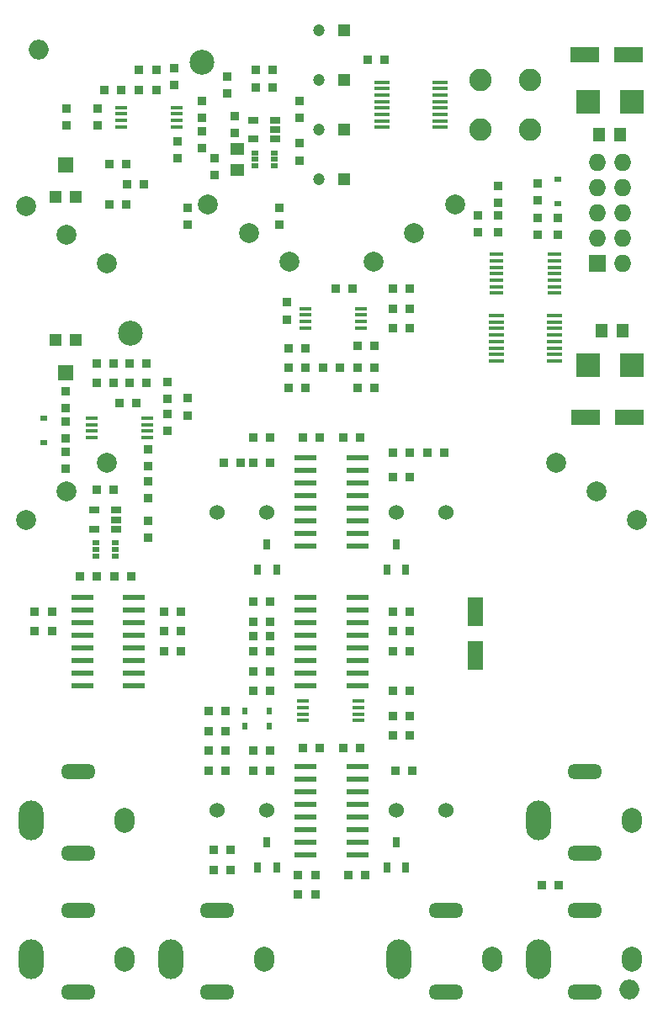
<source format=gbs>
G04 #@! TF.FileFunction,Soldermask,Bot*
%FSLAX46Y46*%
G04 Gerber Fmt 4.6, Leading zero omitted, Abs format (unit mm)*
G04 Created by KiCad (PCBNEW 4.0.2-stable) date 2017-01-05 9:44:59 AM*
%MOMM*%
G01*
G04 APERTURE LIST*
%ADD10C,0.100000*%
%ADD11R,0.812800X0.812800*%
%ADD12R,0.800000X0.500000*%
%ADD13C,1.998980*%
%ADD14C,2.250000*%
%ADD15C,2.500000*%
%ADD16R,1.500000X0.450000*%
%ADD17R,1.450000X0.450000*%
%ADD18R,2.199640X0.599440*%
%ADD19R,1.397000X1.143000*%
%ADD20R,1.143000X1.397000*%
%ADD21R,2.397760X2.397760*%
%ADD22R,1.200000X1.200000*%
%ADD23C,1.200000*%
%ADD24R,1.600200X2.999740*%
%ADD25R,2.999740X1.600200*%
%ADD26R,1.300480X0.400000*%
%ADD27R,1.060000X0.650000*%
%ADD28R,1.600000X1.500000*%
%ADD29O,2.500000X4.000000*%
%ADD30O,2.000000X2.500000*%
%ADD31O,3.500000X1.500000*%
%ADD32R,1.727200X1.727200*%
%ADD33O,1.727200X1.727200*%
%ADD34C,1.524000*%
%ADD35R,0.701040X1.000760*%
%ADD36R,0.762000X0.609600*%
%ADD37R,0.609600X0.762000*%
%ADD38O,2.000000X2.000000*%
G04 APERTURE END LIST*
D10*
D11*
X17800000Y-20899100D03*
X17800000Y-22600900D03*
D12*
X38750000Y-25350000D03*
X36750000Y-26000000D03*
X38750000Y-26650000D03*
X38750000Y-26000000D03*
X36750000Y-26650000D03*
X36750000Y-25350000D03*
X22750000Y-64600000D03*
X20750000Y-65250000D03*
X22750000Y-65900000D03*
X22750000Y-65250000D03*
X20750000Y-65900000D03*
X20750000Y-64600000D03*
D13*
X17822777Y-33606433D03*
X21918537Y-36474315D03*
X13727017Y-30738551D03*
D14*
X59500000Y-18000000D03*
X64500000Y-18000000D03*
X64500000Y-23000000D03*
X59500000Y-23000000D03*
D15*
X24250000Y-43500000D03*
X31500000Y-16250000D03*
D16*
X49550000Y-22775000D03*
X49550000Y-22125000D03*
X49550000Y-21475000D03*
X49550000Y-20825000D03*
X49550000Y-20175000D03*
X49550000Y-19525000D03*
X49550000Y-18875000D03*
X49550000Y-18225000D03*
X55450000Y-18225000D03*
X55450000Y-18875000D03*
X55450000Y-19525000D03*
X55450000Y-20175000D03*
X55450000Y-20825000D03*
X55450000Y-21475000D03*
X55450000Y-22125000D03*
X55450000Y-22775000D03*
X66950000Y-41725000D03*
X66950000Y-42375000D03*
X66950000Y-43025000D03*
X66950000Y-43675000D03*
X66950000Y-44325000D03*
X66950000Y-44975000D03*
X66950000Y-45625000D03*
X66950000Y-46275000D03*
X61050000Y-46275000D03*
X61050000Y-45625000D03*
X61050000Y-44975000D03*
X61050000Y-44325000D03*
X61050000Y-43675000D03*
X61050000Y-43025000D03*
X61050000Y-42375000D03*
X61050000Y-41725000D03*
D17*
X66950000Y-35550000D03*
X66950000Y-36200000D03*
X66950000Y-36850000D03*
X66950000Y-37500000D03*
X66950000Y-38150000D03*
X66950000Y-38800000D03*
X66950000Y-39450000D03*
X61050000Y-39450000D03*
X61050000Y-38800000D03*
X61050000Y-38150000D03*
X61050000Y-37500000D03*
X61050000Y-36850000D03*
X61050000Y-36200000D03*
X61050000Y-35550000D03*
D18*
X47098420Y-56055000D03*
X47098420Y-57325000D03*
X47098420Y-58595000D03*
X47098420Y-59865000D03*
X47098420Y-61135000D03*
X47098420Y-62405000D03*
X47098420Y-63675000D03*
X47098420Y-64945000D03*
X41901580Y-64945000D03*
X41901580Y-63675000D03*
X41901580Y-62405000D03*
X41901580Y-61135000D03*
X41901580Y-59865000D03*
X41901580Y-58595000D03*
X41901580Y-57325000D03*
X41901580Y-56055000D03*
X24598420Y-70055000D03*
X24598420Y-71325000D03*
X24598420Y-72595000D03*
X24598420Y-73865000D03*
X24598420Y-75135000D03*
X24598420Y-76405000D03*
X24598420Y-77675000D03*
X24598420Y-78945000D03*
X19401580Y-78945000D03*
X19401580Y-77675000D03*
X19401580Y-76405000D03*
X19401580Y-75135000D03*
X19401580Y-73865000D03*
X19401580Y-72595000D03*
X19401580Y-71325000D03*
X19401580Y-70055000D03*
X47098420Y-87055000D03*
X47098420Y-88325000D03*
X47098420Y-89595000D03*
X47098420Y-90865000D03*
X47098420Y-92135000D03*
X47098420Y-93405000D03*
X47098420Y-94675000D03*
X47098420Y-95945000D03*
X41901580Y-95945000D03*
X41901580Y-94675000D03*
X41901580Y-93405000D03*
X41901580Y-92135000D03*
X41901580Y-90865000D03*
X41901580Y-89595000D03*
X41901580Y-88325000D03*
X41901580Y-87055000D03*
X41901580Y-78945000D03*
X41901580Y-77675000D03*
X41901580Y-76405000D03*
X41901580Y-75135000D03*
X41901580Y-73865000D03*
X41901580Y-72595000D03*
X41901580Y-71325000D03*
X41901580Y-70055000D03*
X47098420Y-70055000D03*
X47098420Y-71325000D03*
X47098420Y-72595000D03*
X47098420Y-73865000D03*
X47098420Y-75135000D03*
X47098420Y-76405000D03*
X47098420Y-77675000D03*
X47098420Y-78945000D03*
D19*
X35000000Y-24920500D03*
X35000000Y-27079500D03*
D20*
X71670500Y-43250000D03*
X73829500Y-43250000D03*
X71420500Y-23500000D03*
X73579500Y-23500000D03*
D21*
X74699640Y-20250000D03*
X70300360Y-20250000D03*
X70300360Y-46750000D03*
X74699640Y-46750000D03*
D22*
X45770000Y-28000000D03*
D23*
X43230000Y-28000000D03*
D22*
X45770000Y-23000000D03*
D23*
X43230000Y-23000000D03*
D22*
X45770000Y-18000000D03*
D23*
X43230000Y-18000000D03*
D22*
X45770000Y-13000000D03*
D23*
X43230000Y-13000000D03*
D24*
X59000000Y-75949640D03*
X59000000Y-71550360D03*
D25*
X70000360Y-15500000D03*
X74399640Y-15500000D03*
X74449640Y-52000000D03*
X70050360Y-52000000D03*
D26*
X28944000Y-20794600D03*
X28944000Y-21429600D03*
X28944000Y-22090000D03*
X28944000Y-22725000D03*
X23356000Y-22725000D03*
X23356000Y-22077300D03*
X23356000Y-21429600D03*
X23356000Y-20781900D03*
X25944000Y-52044600D03*
X25944000Y-52679600D03*
X25944000Y-53340000D03*
X25944000Y-53975000D03*
X20356000Y-53975000D03*
X20356000Y-53327300D03*
X20356000Y-52679600D03*
X20356000Y-52031900D03*
X41906000Y-42955400D03*
X41906000Y-42320400D03*
X41906000Y-41660000D03*
X41906000Y-41025000D03*
X47494000Y-41025000D03*
X47494000Y-41672700D03*
X47494000Y-42320400D03*
X47494000Y-42968100D03*
X41606000Y-82455400D03*
X41606000Y-81820400D03*
X41606000Y-81160000D03*
X41606000Y-80525000D03*
X47194000Y-80525000D03*
X47194000Y-81172700D03*
X47194000Y-81820400D03*
X47194000Y-82468100D03*
D27*
X22850000Y-61300000D03*
X22850000Y-62250000D03*
X22850000Y-63200000D03*
X20650000Y-63200000D03*
X20650000Y-61300000D03*
X38850000Y-22050000D03*
X38850000Y-23000000D03*
X38850000Y-23950000D03*
X36650000Y-23950000D03*
X36650000Y-22050000D03*
D28*
X17750000Y-26550000D03*
D22*
X18750000Y-29800000D03*
X16750000Y-29800000D03*
D28*
X17750000Y-47450000D03*
D22*
X16750000Y-44200000D03*
X18750000Y-44200000D03*
D13*
X36177223Y-33393567D03*
X32081463Y-30525685D03*
X40272983Y-36261449D03*
X17822777Y-59393567D03*
X13727017Y-62261449D03*
X21918537Y-56525685D03*
X71177223Y-59393567D03*
X67081463Y-56525685D03*
X75272983Y-62261449D03*
X52822777Y-33393567D03*
X48727017Y-36261449D03*
X56918537Y-30525685D03*
D29*
X14300000Y-106500000D03*
D30*
X23700000Y-106500000D03*
D31*
X19000000Y-101600000D03*
X19000000Y-109800000D03*
D29*
X14300000Y-92500000D03*
D30*
X23700000Y-92500000D03*
D31*
X19000000Y-87600000D03*
X19000000Y-95800000D03*
D29*
X65300000Y-92500000D03*
D30*
X74700000Y-92500000D03*
D31*
X70000000Y-87600000D03*
X70000000Y-95800000D03*
D29*
X51300000Y-106500000D03*
D30*
X60700000Y-106500000D03*
D31*
X56000000Y-101600000D03*
X56000000Y-109800000D03*
D29*
X28300000Y-106500000D03*
D30*
X37700000Y-106500000D03*
D31*
X33000000Y-101600000D03*
X33000000Y-109800000D03*
D29*
X65300000Y-106500000D03*
D30*
X74700000Y-106500000D03*
D31*
X70000000Y-101600000D03*
X70000000Y-109800000D03*
D11*
X30000000Y-30899100D03*
X30000000Y-32600900D03*
X28000000Y-50100900D03*
X28000000Y-48399100D03*
X23899100Y-28500000D03*
X25600900Y-28500000D03*
X17750000Y-55399100D03*
X17750000Y-57100900D03*
X23850900Y-30500000D03*
X22149100Y-30500000D03*
X23850900Y-26500000D03*
X22149100Y-26500000D03*
X40000000Y-42100900D03*
X40000000Y-40399100D03*
X40149100Y-49000000D03*
X41850900Y-49000000D03*
X24149100Y-48500000D03*
X25850900Y-48500000D03*
X26850900Y-17000000D03*
X25149100Y-17000000D03*
X22600900Y-48500000D03*
X20899100Y-48500000D03*
X24149100Y-46500000D03*
X25850900Y-46500000D03*
X31500000Y-20149100D03*
X31500000Y-21850900D03*
X41850900Y-45000000D03*
X40149100Y-45000000D03*
X22600900Y-46500000D03*
X20899100Y-46500000D03*
X31500000Y-24850900D03*
X31500000Y-23149100D03*
X32750000Y-27600900D03*
X32750000Y-25899100D03*
X45350900Y-47000000D03*
X43649100Y-47000000D03*
X26000000Y-64100900D03*
X26000000Y-62399100D03*
X22600900Y-59250000D03*
X20899100Y-59250000D03*
X48850900Y-49000000D03*
X47149100Y-49000000D03*
X34750000Y-23350900D03*
X34750000Y-21649100D03*
X50649100Y-39000000D03*
X52350900Y-39000000D03*
X34000000Y-17649100D03*
X34000000Y-19350900D03*
X52350900Y-43000000D03*
X50649100Y-43000000D03*
X41250000Y-26100900D03*
X41250000Y-24399100D03*
X38600900Y-18750000D03*
X36899100Y-18750000D03*
X50649100Y-55500000D03*
X52350900Y-55500000D03*
X52350900Y-58000000D03*
X50649100Y-58000000D03*
X24350900Y-68000000D03*
X22649100Y-68000000D03*
X47350900Y-54000000D03*
X45649100Y-54000000D03*
X33649100Y-56500000D03*
X35350900Y-56500000D03*
X27649100Y-71500000D03*
X29350900Y-71500000D03*
X27649100Y-73500000D03*
X29350900Y-73500000D03*
X29350900Y-75500000D03*
X27649100Y-75500000D03*
X38350900Y-56500000D03*
X36649100Y-56500000D03*
X36649100Y-54000000D03*
X38350900Y-54000000D03*
X41649100Y-54000000D03*
X43350900Y-54000000D03*
X38350900Y-70500000D03*
X36649100Y-70500000D03*
X48149100Y-16000000D03*
X49850900Y-16000000D03*
X38350900Y-72500000D03*
X36649100Y-72500000D03*
X55850900Y-55500000D03*
X54149100Y-55500000D03*
X38350900Y-75500000D03*
X36649100Y-75500000D03*
X33850900Y-85500000D03*
X32149100Y-85500000D03*
X36649100Y-77500000D03*
X38350900Y-77500000D03*
X50649100Y-79500000D03*
X52350900Y-79500000D03*
X38350900Y-85500000D03*
X36649100Y-85500000D03*
X32149100Y-81500000D03*
X33850900Y-81500000D03*
X32649100Y-95500000D03*
X34350900Y-95500000D03*
X52350900Y-82000000D03*
X50649100Y-82000000D03*
X36649100Y-87500000D03*
X38350900Y-87500000D03*
X32149100Y-87500000D03*
X33850900Y-87500000D03*
X67350900Y-99000000D03*
X65649100Y-99000000D03*
X19149100Y-68000000D03*
X20850900Y-68000000D03*
X41649100Y-85200000D03*
X43350900Y-85200000D03*
X34350900Y-97500000D03*
X32649100Y-97500000D03*
X61250000Y-31649100D03*
X61250000Y-33350900D03*
X65250000Y-33600900D03*
X65250000Y-31899100D03*
X16350900Y-73500000D03*
X14649100Y-73500000D03*
X65250000Y-30100900D03*
X65250000Y-28399100D03*
X14649100Y-71500000D03*
X16350900Y-71500000D03*
X42850900Y-98000000D03*
X41149100Y-98000000D03*
X61250000Y-30350900D03*
X61250000Y-28649100D03*
X41149100Y-100000000D03*
X42850900Y-100000000D03*
X47350900Y-85200000D03*
X45649100Y-85200000D03*
X46149100Y-98000000D03*
X47850900Y-98000000D03*
X50649100Y-75500000D03*
X52350900Y-75500000D03*
X50649100Y-71500000D03*
X52350900Y-71500000D03*
X50649100Y-73500000D03*
X52350900Y-73500000D03*
X28000000Y-51649100D03*
X28000000Y-53350900D03*
X17750000Y-52399100D03*
X17750000Y-54100900D03*
X23149100Y-50500000D03*
X24850900Y-50500000D03*
X21000000Y-20899100D03*
X21000000Y-22600900D03*
X26850900Y-19000000D03*
X25149100Y-19000000D03*
X29000000Y-25850900D03*
X29000000Y-24149100D03*
X67250000Y-31899100D03*
X67250000Y-33600900D03*
X59250000Y-31649100D03*
X59250000Y-33350900D03*
X36649100Y-74000000D03*
X38350900Y-74000000D03*
X50899100Y-87500000D03*
X52600900Y-87500000D03*
X26000000Y-56850900D03*
X26000000Y-55149100D03*
X17700000Y-51050900D03*
X17700000Y-49349100D03*
X38600900Y-17000000D03*
X36899100Y-17000000D03*
X39250000Y-30899100D03*
X39250000Y-32600900D03*
X46600900Y-39000000D03*
X44899100Y-39000000D03*
X47149100Y-44750000D03*
X48850900Y-44750000D03*
X52350900Y-84000000D03*
X50649100Y-84000000D03*
X38350900Y-79500000D03*
X36649100Y-79500000D03*
X32149100Y-83500000D03*
X33850900Y-83500000D03*
X41250000Y-21850900D03*
X41250000Y-20149100D03*
X47149100Y-47000000D03*
X48850900Y-47000000D03*
X52350900Y-41000000D03*
X50649100Y-41000000D03*
X26000000Y-60100900D03*
X26000000Y-58399100D03*
X41850900Y-47000000D03*
X40149100Y-47000000D03*
X23350900Y-19000000D03*
X21649100Y-19000000D03*
D32*
X71250000Y-36500000D03*
D33*
X73790000Y-36500000D03*
X71250000Y-33960000D03*
X73790000Y-33960000D03*
X71250000Y-31420000D03*
X73790000Y-31420000D03*
X71250000Y-28880000D03*
X73790000Y-28880000D03*
X71250000Y-26340000D03*
X73790000Y-26340000D03*
D34*
X51000000Y-61500000D03*
X56000000Y-61500000D03*
X38000000Y-61500000D03*
X33000000Y-61500000D03*
X38000000Y-91500000D03*
X33000000Y-91500000D03*
X51000000Y-91500000D03*
X56000000Y-91500000D03*
D35*
X51000000Y-94730000D03*
X50047500Y-97270000D03*
X51952500Y-97270000D03*
X38000000Y-94730000D03*
X37047500Y-97270000D03*
X38952500Y-97270000D03*
X38000000Y-64730000D03*
X37047500Y-67270000D03*
X38952500Y-67270000D03*
X51000000Y-64730000D03*
X50047500Y-67270000D03*
X51952500Y-67270000D03*
D36*
X15500000Y-52005400D03*
X15500000Y-54494600D03*
X67250000Y-30494600D03*
X67250000Y-28005400D03*
D37*
X38244600Y-83000000D03*
X35755400Y-83000000D03*
X35755400Y-81500000D03*
X38244600Y-81500000D03*
D11*
X30000000Y-51750900D03*
X30000000Y-50049100D03*
X28700000Y-18550900D03*
X28700000Y-16849100D03*
D38*
X15000000Y-15000000D03*
X74500000Y-109500000D03*
M02*

</source>
